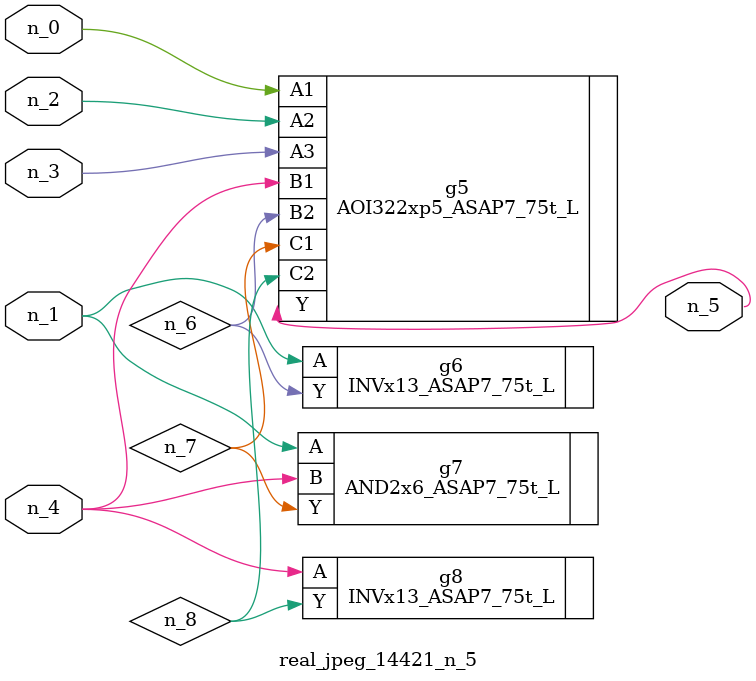
<source format=v>
module real_jpeg_14421_n_5 (n_4, n_0, n_1, n_2, n_3, n_5);

input n_4;
input n_0;
input n_1;
input n_2;
input n_3;

output n_5;

wire n_8;
wire n_6;
wire n_7;

AOI322xp5_ASAP7_75t_L g5 ( 
.A1(n_0),
.A2(n_2),
.A3(n_3),
.B1(n_4),
.B2(n_6),
.C1(n_7),
.C2(n_8),
.Y(n_5)
);

INVx13_ASAP7_75t_L g6 ( 
.A(n_1),
.Y(n_6)
);

AND2x6_ASAP7_75t_L g7 ( 
.A(n_1),
.B(n_4),
.Y(n_7)
);

INVx13_ASAP7_75t_L g8 ( 
.A(n_4),
.Y(n_8)
);


endmodule
</source>
